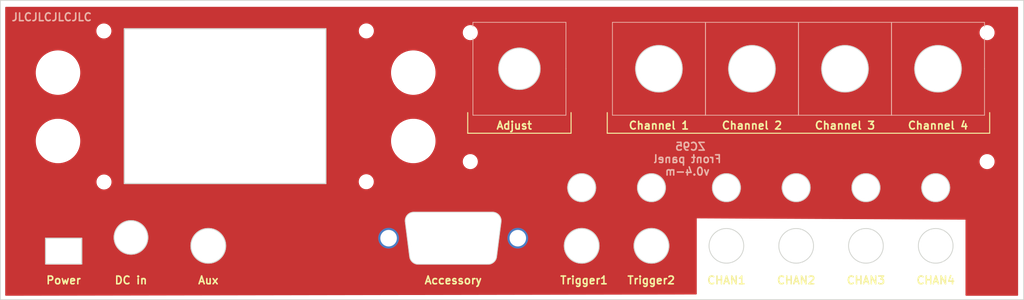
<source format=kicad_pcb>
(kicad_pcb (version 20240108) (generator "pcbnew") (generator_version "8.0")
  (layers (0 "F.Cu" signal) (31 "B.Cu" signal) (34 "B.Paste" user) (35 "F.Paste" user) (36 "B.SilkS" user "B.Silkscreen") (37 "F.SilkS" user "F.Silkscreen") (38 "B.Mask" user) (39 "F.Mask" user) (44 "Edge.Cuts" user))
  (net 0 "")
  (net 1 "GND")
  (footprint "MountingHole:MountingHole_2.2mm_M2" (layer "F.Cu") (at 44.09596 91.68042)
    (property "Reference" "REF**" (hide yes))
    (property "Value" "MountingHole_2.2mm_M2" (hide yes))
    (pad "" np_thru_hole circle (at 0 0) (size 2.4 2.4) (drill 2.4) (layers "*.Cu" "*.Mask"))
  )
  (footprint "MountingHole:MountingHole_2.2mm_M2" (layer "F.Cu") (at 35.22 113)
    (property "Reference" "REF**" (hide yes))
    (property "Value" "MountingHole_2.2mm_M2" (hide yes))
    (pad "" np_thru_hole circle (at 0 0) (size 8.1 8.1) (drill 8.1) (layers "F&B.Cu" "*.Mask"))
  )
  (footprint "MountingHole:MountingHole_2.2mm_M2" (layer "F.Cu") (at 35.22 99.75)
    (property "Reference" "REF**" (hide yes))
    (property "Value" "MountingHole_2.2mm_M2" (hide yes))
    (pad "" np_thru_hole circle (at 0 0) (size 8.1 8.1) (drill 8.1) (layers "F&B.Cu" "*.Mask"))
  )
  (footprint "MountingHole:MountingHole_2.2mm_M2" (layer "F.Cu") (at 44.12 120.95)
    (property "Reference" "REF**" (hide yes))
    (property "Value" "MountingHole_2.2mm_M2" (hide yes))
    (pad "" np_thru_hole circle (at 0 0) (size 2.4 2.4) (drill 2.4) (layers "*.Cu" "*.Mask"))
  )
  (footprint "ProjLib:DB9-cutout" (layer "F.Cu") (at 107.13 135.92)
    (property "Reference" "REF**")
    (property "Value" "DB9-cutout")
    (fp_line (start -4.68376 -7.15772) (end -3.8354 -0.41148) (stroke (width 0.12)) (layer "Edge.Cuts"))
    (fp_line (start -3.05 -9.1) (end 12.15 -9.1) (stroke (width 0.12)) (layer "Edge.Cuts"))
    (fp_line (start -2.1971 0.9525) (end 11.2903 0.9525) (stroke (width 0.12)) (layer "Edge.Cuts"))
    (fp_line (start 13.784781 -7.151744) (end 12.925081 -0.419244) (stroke (width 0.12)) (layer "Edge.Cuts"))
    (fp_arc (start -4.683759 -7.159754) (mid -4.31824 -8.509939) (end -3.05 -9.1) (stroke (width 0.12)) (layer "Edge.Cuts"))
    (fp_arc (start -2.1971 0.9525) (mid -3.264128 0.564134) (end -3.831881 -0.419244) (stroke (width 0.12)) (layer "Edge.Cuts"))
    (fp_arc (start 12.15 -9.1) (mid 13.421634 -8.507027) (end 13.784781 -7.151744) (stroke (width 0.12)) (layer "Edge.Cuts"))
    (fp_arc (start 12.925081 -0.419244) (mid 12.357328 0.564134) (end 11.2903 0.9525) (stroke (width 0.12)) (layer "Edge.Cuts"))
    (pad "0" thru_hole circle (at -7.94 -4.08) (size 4 4) (drill 3.2) (layers "*.Cu" "*.Mask") (net 1 "GND"))
    (pad "0" thru_hole circle (at 17.06 -4.08) (size 4 4) (drill 3.2) (layers "*.Cu" "*.Mask") (net 1 "GND"))
  )
  (footprint "MountingHole:MountingHole_2.2mm_M2" (layer "F.Cu") (at 103.97 99.75)
    (property "Reference" "REF**" (hide yes))
    (property "Value" "MountingHole_2.2mm_M2" (hide yes))
    (pad "" np_thru_hole circle (at 0 0) (size 8.1 8.1) (drill 8.1) (layers "F&B.Cu" "*.Mask"))
  )
  (footprint "MountingHole:MountingHole_2.2mm_M2" (layer "F.Cu") (at 103.97 113)
    (property "Reference" "REF**" (hide yes))
    (property "Value" "MountingHole_2.2mm_M2" (hide yes))
    (pad "" np_thru_hole circle (at 0 0) (size 8.1 8.1) (drill 8.1) (layers "F&B.Cu" "*.Mask"))
  )
  (footprint "MountingHole:MountingHole_2.2mm_M2" (layer "F.Cu") (at 94.88326 91.66772)
    (property "Reference" "REF**" (hide yes))
    (property "Value" "MountingHole_2.2mm_M2" (hide yes))
    (pad "" np_thru_hole circle (at 0 0) (size 2.4 2.4) (drill 2.4) (layers "*.Cu" "*.Mask"))
  )
  (footprint "MountingHole:MountingHole_2.2mm_M2" (layer "F.Cu") (at 94.87 120.9)
    (property "Reference" "REF**" (hide yes))
    (property "Value" "MountingHole_2.2mm_M2" (hide yes))
    (pad "" np_thru_hole circle (at 0 0) (size 2.4 2.4) (drill 2.4) (layers "*.Cu" "*.Mask"))
  )
  (footprint "MountingHole:MountingHole_2.2mm_M2" (layer "F.Cu") (at 215 117)
    (property "Reference" "REF**" (hide yes))
    (property "Value" "MountingHole_2.2mm_M2" (hide yes))
    (pad "" np_thru_hole circle (at 0 0) (size 2.4 2.4) (drill 2.4) (layers "*.Cu" "*.Mask"))
  )
  (footprint "MountingHole:MountingHole_2.2mm_M2" (layer "F.Cu") (at 115 117)
    (property "Reference" "REF**" (hide yes))
    (property "Value" "MountingHole_2.2mm_M2" (hide yes))
    (pad "" np_thru_hole circle (at 0 0) (size 2.4 2.4) (drill 2.4) (layers "*.Cu" "*.Mask"))
  )
  (footprint "MountingHole:MountingHole_2.2mm_M2" (layer "F.Cu") (at 115 92)
    (property "Reference" "REF**" (hide yes))
    (property "Value" "MountingHole_2.2mm_M2" (hide yes))
    (pad "" np_thru_hole circle (at 0 0) (size 2.4 2.4) (drill 2.4) (layers "*.Cu" "*.Mask"))
  )
  (footprint "MountingHole:MountingHole_2.2mm_M2" (layer "F.Cu") (at 215 92)
    (property "Reference" "REF**" (hide yes))
    (property "Value" "MountingHole_2.2mm_M2" (hide yes))
    (pad "" np_thru_hole circle (at 0 0) (size 2.4 2.4) (drill 2.4) (layers "*.Cu" "*.Mask"))
  )
  (footprint "Library:RK09L1140A2U-panel" (layer "F.Cu") (at 151.5 99)
    (property "Reference" "REF**" (hide yes))
    (property "Value" "RK09L1140A2U-panel")
    (fp_line (start -9 -9) (end 9 -9) (stroke (width 0.15)) (layer "B.SilkS"))
    (fp_line (start -9 9) (end -9 -9) (stroke (width 0.15)) (layer "B.SilkS"))
    (fp_line (start 9 -9) (end 9 0) (stroke (width 0.15)) (layer "B.SilkS"))
    (fp_line (start 9 0) (end 9 9) (stroke (width 0.15)) (layer "B.SilkS"))
    (fp_line (start 9 9) (end -9 9) (stroke (width 0.15)) (layer "B.SilkS"))
    (fp_circle (center 0 0) (end 4.5 0) (stroke (width 0.15)) (fill none) (layer "Edge.Cuts"))
  )
  (footprint "Library:RK09L1140A2U-panel" (layer "F.Cu") (at 169.5 99)
    (property "Reference" "REF**" (hide yes))
    (property "Value" "RK09L1140A2U-panel")
    (fp_line (start -9 -9) (end 9 -9) (stroke (width 0.15)) (layer "B.SilkS"))
    (fp_line (start -9 9) (end -9 -9) (stroke (width 0.15)) (layer "B.SilkS"))
    (fp_line (start 9 -9) (end 9 0) (stroke (width 0.15)) (layer "B.SilkS"))
    (fp_line (start 9 0) (end 9 9) (stroke (width 0.15)) (layer "B.SilkS"))
    (fp_line (start 9 9) (end -9 9) (stroke (width 0.15)) (layer "B.SilkS"))
    (fp_circle (center 0 0) (end 4.5 0) (stroke (width 0.15)) (fill none) (layer "Edge.Cuts"))
  )
  (footprint "Library:RK09L1140A2U-panel" (layer "F.Cu") (at 187.5 99)
    (property "Reference" "REF**" (hide yes))
    (property "Value" "RK09L1140A2U-panel")
    (fp_line (start -9 -9) (end 9 -9) (stroke (width 0.15)) (layer "B.SilkS"))
    (fp_line (start -9 9) (end -9 -9) (stroke (width 0.15)) (layer "B.SilkS"))
    (fp_line (start 9 -9) (end 9 0) (stroke (width 0.15)) (layer "B.SilkS"))
    (fp_line (start 9 0) (end 9 9) (stroke (width 0.15)) (layer "B.SilkS"))
    (fp_line (start 9 9) (end -9 9) (stroke (width 0.15)) (layer "B.SilkS"))
    (fp_circle (center 0 0) (end 4.5 0) (stroke (width 0.15)) (fill none) (layer "Edge.Cuts"))
  )
  (footprint "Library:RK09L1140A2U-panel" (layer "F.Cu") (at 205.5 99)
    (property "Reference" "REF**" (hide yes))
    (property "Value" "RK09L1140A2U-panel")
    (fp_line (start -9 -9) (end 9 -9) (stroke (width 0.15)) (layer "B.SilkS"))
    (fp_line (start -9 9) (end -9 -9) (stroke (width 0.15)) (layer "B.SilkS"))
    (fp_line (start 9 -9) (end 9 0) (stroke (width 0.15)) (layer "B.SilkS"))
    (fp_line (start 9 0) (end 9 9) (stroke (width 0.15)) (layer "B.SilkS"))
    (fp_line (start 9 9) (end -9 9) (stroke (width 0.15)) (layer "B.SilkS"))
    (fp_circle (center 0 0) (end 4.5 0) (stroke (width 0.15)) (fill none) (layer "Edge.Cuts"))
  )
  (footprint "ProjLib:BOURNS PEC11L-4125F-S0020-Panel" (layer "F.Cu") (at 124.5 99)
    (property "Reference" "REF**" (hide yes))
    (property "Value" "BOURNS PEC11L-4125F-S0020-Panel")
    (fp_line (start -9 -9) (end 9 -9) (stroke (width 0.15)) (layer "B.SilkS"))
    (fp_line (start -9 9) (end -9 -9) (stroke (width 0.15)) (layer "B.SilkS"))
    (fp_line (start 9 -9) (end 9 0) (stroke (width 0.15)) (layer "B.SilkS"))
    (fp_line (start 9 0) (end 9 9) (stroke (width 0.15)) (layer "B.SilkS"))
    (fp_line (start 9 9) (end -9 9) (stroke (width 0.15)) (layer "B.SilkS"))
    (fp_circle (center 0 0) (end 4 0) (stroke (width 0.15)) (fill none) (layer "Edge.Cuts"))
  )
  (gr_line (start 215.5 107.5) (end 215.5 111.5) (stroke (width 0.2)) (layer "F.SilkS"))
  (gr_line (start 141.5 111.5) (end 215.5 111.5) (stroke (width 0.2)) (layer "F.SilkS"))
  (gr_line (start 141.5 107.5) (end 141.5 111.5) (stroke (width 0.2)) (layer "F.SilkS"))
  (gr_line (start 134.5 107.5) (end 134.5 111.5) (stroke (width 0.2)) (layer "F.SilkS"))
  (gr_line (start 114.5 111.5) (end 134.5 111.5) (stroke (width 0.2)) (layer "F.SilkS"))
  (gr_line (start 114.5 107.5) (end 114.5 111.5) (stroke (width 0.2)) (layer "F.SilkS"))
  (gr_line (start 48.057 121.25) (end 87.057 121.25) (stroke (width 0.2)) (layer "Edge.Cuts"))
  (gr_line (start 222.07 85.75) (end 222.07 143.75) (stroke (width 0.15)) (layer "Edge.Cuts"))
  (gr_line (start 87.057 91.25) (end 48.057 91.25) (stroke (width 0.2)) (layer "Edge.Cuts"))
  (gr_line (start 87.057 121.25) (end 87.057 91.25) (stroke (width 0.2)) (layer "Edge.Cuts"))
  (gr_line (start 48.057 91.25) (end 48.057 121.25) (stroke (width 0.2)) (layer "Edge.Cuts"))
  (gr_line (start 24.07 143.75) (end 24.07 85.76) (stroke (width 0.15)) (layer "Edge.Cuts"))
  (gr_line (start 222.07 143.75) (end 24.07 143.75) (stroke (width 0.15)) (layer "Edge.Cuts"))
  (gr_line (start 24.07 85.76) (end 222.07 85.75) (stroke (width 0.15)) (layer "Edge.Cuts"))
  (gr_line (start 39.8 131.85) (end 39.8 136.85) (stroke (width 0.2)) (layer "Edge.Cuts"))
  (gr_circle (center 150.054673 133.323162) (end 146.694673 133.323162) (stroke (width 0.16)) (fill none) (layer "Edge.Cuts"))
  (gr_circle (center 178.054673 122.05) (end 175.354673 122.05) (stroke (width 0.16)) (fill none) (layer "Edge.Cuts"))
  (gr_circle (center 49.34042 131.7) (end 46.084656 131.7) (stroke (width 0.16)) (fill none) (layer "Edge.Cuts"))
  (gr_circle (center 64.3 133.323162) (end 60.94 133.323162) (stroke (width 0.16)) (fill none) (layer "Edge.Cuts"))
  (gr_line (start 39.8 136.85) (end 32.8 136.85) (stroke (width 0.2)) (layer "Edge.Cuts"))
  (gr_circle (center 191.554673 133.323162) (end 188.194673 133.323162) (stroke (width 0.16)) (fill none) (layer "Edge.Cuts"))
  (gr_line (start 32.8 136.85) (end 32.8 131.85) (stroke (width 0.2)) (layer "Edge.Cuts"))
  (gr_circle (center 191.554673 122.05) (end 188.854673 122.05) (stroke (width 0.16)) (fill none) (layer "Edge.Cuts"))
  (gr_circle (center 178.054673 133.323162) (end 174.694673 133.323162) (stroke (width 0.16)) (fill none) (layer "Edge.Cuts"))
  (gr_circle (center 136.554673 122.05) (end 133.854673 122.05) (stroke (width 0.16)) (fill none) (layer "Edge.Cuts"))
  (gr_line (start 32.8 131.85) (end 39.8 131.85) (stroke (width 0.2)) (layer "Edge.Cuts"))
  (gr_circle (center 164.554673 122.05) (end 161.854673 122.05) (stroke (width 0.16)) (fill none) (layer "Edge.Cuts"))
  (gr_circle (center 150.054673 122.05) (end 147.354673 122.05) (stroke (width 0.16)) (fill none) (layer "Edge.Cuts"))
  (gr_circle (center 205.054673 122.05) (end 202.354673 122.05) (stroke (width 0.16)) (fill none) (layer "Edge.Cuts"))
  (gr_circle (center 136.554673 133.323162) (end 133.194673 133.323162) (stroke (width 0.16)) (fill none) (layer "Edge.Cuts"))
  (gr_circle (center 205.054673 133.323162) (end 201.694673 133.323162) (stroke (width 0.16)) (fill none) (layer "Edge.Cuts"))
  (gr_circle (center 164.554673 133.323162) (end 161.194673 133.323162) (stroke (width 0.16)) (fill none) (layer "Edge.Cuts"))
  (gr_text "JLCJLCJLCJLC" (at 34 89 0) (layer "B.SilkS") (effects (font (size 1.5 1.5) (thickness 0.3))))
  (gr_text "ZC95 \nFront panel\nv0.4-m" (at 157 116.5 0) (layer "B.SilkS") (effects (font (size 1.5 1.5) (thickness 0.3)) (justify mirror)))
  (gr_text "CHAN2" (at 178.054673 140 0) (layer "F.SilkS") (effects (font (size 1.5 1.5) (thickness 0.3))))
  (gr_text "CHAN3" (at 191.554673 140 0) (layer "F.SilkS") (effects (font (size 1.5 1.5) (thickness 0.3))))
  (gr_text "CHAN4" (at 205.054673 140 0) (layer "F.SilkS") (effects (font (size 1.5 1.5) (thickness 0.3))))
  (gr_text "CHAN1" (at 164.554673 140 0) (layer "F.SilkS") (effects (font (size 1.5 1.5) (thickness 0.3))))
  (gr_text "Accessory" (at 111.69 140 0) (layer "F.SilkS") (effects (font (size 1.5 1.5) (thickness 0.3))))
  (gr_text "Trigger2" (at 150 140 0) (layer "F.SilkS") (effects (font (size 1.5 1.5) (thickness 0.3))))
  (gr_text "Power" (at 36.3 140 0) (layer "F.SilkS") (effects (font (size 1.5 1.5) (thickness 0.3))))
  (gr_text "Trigger1" (at 137 140 0) (layer "F.SilkS") (effects (font (size 1.5 1.5) (thickness 0.3))))
  (gr_text "DC in" (at 49.34042 140 0) (layer "F.SilkS") (effects (font (size 1.5 1.5) (thickness 0.3))))
  (gr_text "Aux" (at 64.3 140 0) (layer "F.SilkS") (effects (font (size 1.5 1.5) (thickness 0.3))))
  (gr_text "Channel 1" (at 151.5 110 0) (layer "F.SilkS") (effects (font (size 1.5 1.5) (thickness 0.3))))
  (gr_text "Channel 2" (at 169.5 110 0) (layer "F.SilkS") (effects (font (size 1.5 1.5) (thickness 0.3))))
  (gr_text "Channel 3" (at 187.5 110 0) (layer "F.SilkS") (effects (font (size 1.5 1.5) (thickness 0.3))))
  (gr_text "Channel 4" (at 205.5 110 0) (layer "F.SilkS") (effects (font (size 1.5 1.5) (thickness 0.3))))
  (gr_text "Adjust" (at 123.5 110 0) (layer "F.SilkS") (effects (font (size 1.5 1.5) (thickness 0.3))))
  (zone (net 1) (net_name "GND") (layer "F.Cu") (connect_pads yes (clearance 0.508)) (min_thickness 0.254) (fill yes (thermal_gap 0.508) (thermal_bridge_width 0.508))
    (polygon (pts (xy 25 87) (xy 221 87) (xy 221 143) (xy 210.82 143) (xy 210.82 128.25) (xy 158.82 128) (xy 158.82 142.75) (xy 25 143)))
  )
)
</source>
